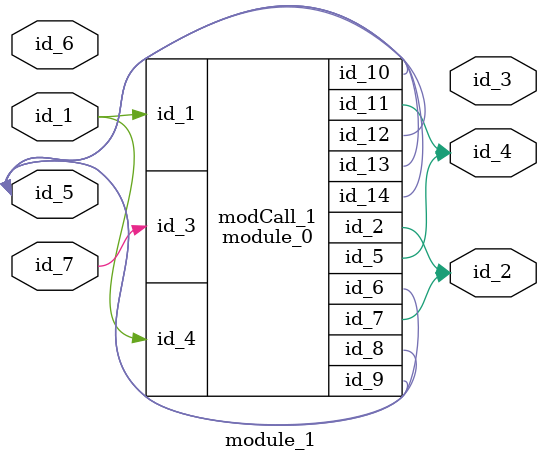
<source format=v>
module module_0 (
    id_1,
    id_2,
    id_3,
    id_4,
    id_5,
    id_6,
    id_7,
    id_8,
    id_9,
    id_10,
    id_11,
    id_12,
    id_13,
    id_14
);
  inout wire id_14;
  output wire id_13;
  inout wire id_12;
  output wire id_11;
  inout wire id_10;
  inout wire id_9;
  inout wire id_8;
  output wire id_7;
  inout wire id_6;
  output wire id_5;
  input wire id_4;
  input wire id_3;
  output wire id_2;
  input wire id_1;
  wire id_15;
  parameter id_16 = 1;
endmodule
module module_1 (
    id_1,
    id_2,
    id_3,
    id_4,
    id_5,
    id_6,
    id_7
);
  input wire id_7;
  input wire id_6;
  inout wire id_5;
  output wire id_4;
  module_0 modCall_1 (
      id_1,
      id_2,
      id_7,
      id_1,
      id_4,
      id_5,
      id_2,
      id_5,
      id_5,
      id_5,
      id_4,
      id_5,
      id_5,
      id_5
  );
  output wire id_3;
  output wire id_2;
  input wire id_1;
endmodule

</source>
